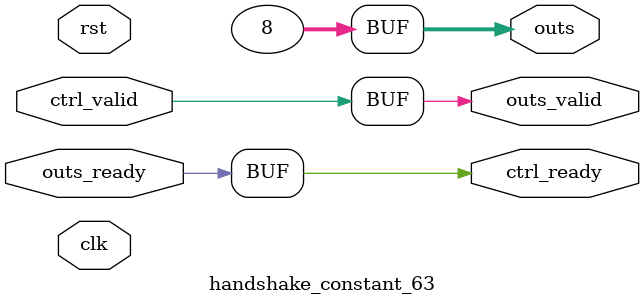
<source format=v>
`timescale 1ns / 1ps
module handshake_constant_63 #(
  parameter DATA_WIDTH = 32  // Default set to 32 bits
) (
  input                       clk,
  input                       rst,
  // Input Channel
  input                       ctrl_valid,
  output                      ctrl_ready,
  // Output Channel
  output [DATA_WIDTH - 1 : 0] outs,
  output                      outs_valid,
  input                       outs_ready
);
  assign outs       = 5'b01000;
  assign outs_valid = ctrl_valid;
  assign ctrl_ready = outs_ready;

endmodule

</source>
